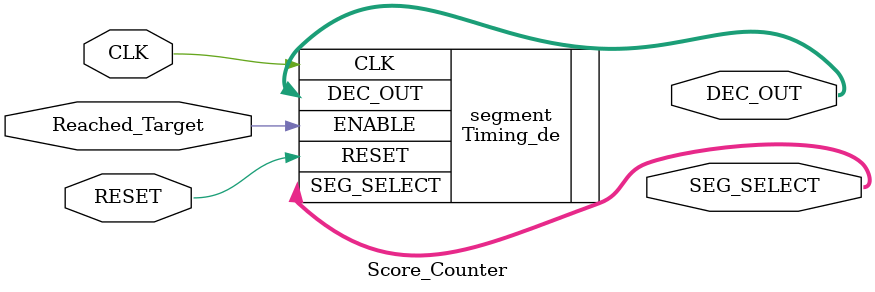
<source format=v>
`timescale 1ns / 1ps


module Score_Counter(
    input Reached_Target,
    input RESET,
    input CLK,
    output [3:0] SEG_SELECT,
    output [7:0] DEC_OUT
   // output [1:0] Strobe_Counter
   // output [7:0] Current_Score
    );


Timing_de segment(
        .RESET(RESET),
        .CLK(CLK),
        .ENABLE(Reached_Target),   
        .SEG_SELECT(SEG_SELECT),
        .DEC_OUT(DEC_OUT)

    );
endmodule

</source>
